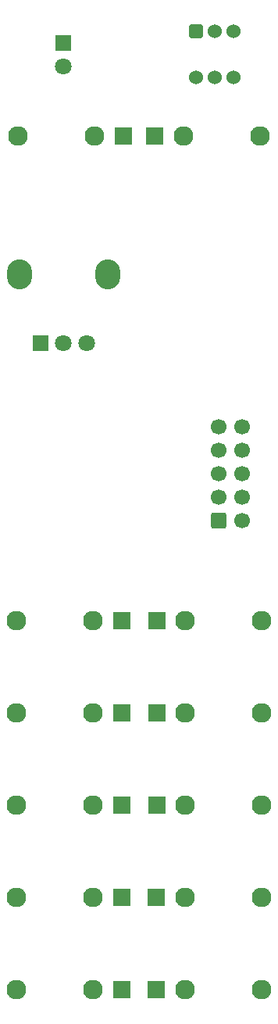
<source format=gbr>
%TF.GenerationSoftware,KiCad,Pcbnew,8.0.5+1*%
%TF.CreationDate,2024-11-27T03:26:14+08:00*%
%TF.ProjectId,MiniDiv v0.3 - Main,4d696e69-4469-4762-9076-302e33202d20,0.3*%
%TF.SameCoordinates,Original*%
%TF.FileFunction,Soldermask,Top*%
%TF.FilePolarity,Negative*%
%FSLAX46Y46*%
G04 Gerber Fmt 4.6, Leading zero omitted, Abs format (unit mm)*
G04 Created by KiCad (PCBNEW 8.0.5+1) date 2024-11-27 03:26:14*
%MOMM*%
%LPD*%
G01*
G04 APERTURE LIST*
G04 Aperture macros list*
%AMRoundRect*
0 Rectangle with rounded corners*
0 $1 Rounding radius*
0 $2 $3 $4 $5 $6 $7 $8 $9 X,Y pos of 4 corners*
0 Add a 4 corners polygon primitive as box body*
4,1,4,$2,$3,$4,$5,$6,$7,$8,$9,$2,$3,0*
0 Add four circle primitives for the rounded corners*
1,1,$1+$1,$2,$3*
1,1,$1+$1,$4,$5*
1,1,$1+$1,$6,$7*
1,1,$1+$1,$8,$9*
0 Add four rect primitives between the rounded corners*
20,1,$1+$1,$2,$3,$4,$5,0*
20,1,$1+$1,$4,$5,$6,$7,0*
20,1,$1+$1,$6,$7,$8,$9,0*
20,1,$1+$1,$8,$9,$2,$3,0*%
G04 Aperture macros list end*
%ADD10R,1.830000X1.930000*%
%ADD11C,2.130000*%
%ADD12RoundRect,0.250000X-0.512000X-0.512000X0.512000X-0.512000X0.512000X0.512000X-0.512000X0.512000X0*%
%ADD13C,1.524000*%
%ADD14R,1.800000X1.800000*%
%ADD15C,1.800000*%
%ADD16O,2.720000X3.240000*%
%ADD17RoundRect,0.250000X-0.600000X-0.600000X0.600000X-0.600000X0.600000X0.600000X-0.600000X0.600000X0*%
%ADD18C,1.700000*%
G04 APERTURE END LIST*
D10*
%TO.C,J10*%
X106875000Y-144000000D03*
D11*
X118275000Y-144000000D03*
X109975000Y-144000000D03*
%TD*%
D10*
%TO.C,J3*%
X103125000Y-124000000D03*
D11*
X91725000Y-124000000D03*
X100025000Y-124000000D03*
%TD*%
D10*
%TO.C,J11*%
X106875000Y-154000000D03*
D11*
X118275000Y-154000000D03*
X109975000Y-154000000D03*
%TD*%
D10*
%TO.C,J7*%
X106900000Y-114000000D03*
D11*
X118300000Y-114000000D03*
X110000000Y-114000000D03*
%TD*%
D12*
%TO.C,SW1*%
X111200000Y-50200000D03*
D13*
X113200000Y-50200000D03*
X115200000Y-50200000D03*
X115200000Y-55200000D03*
X113200000Y-55200000D03*
X111200000Y-55200000D03*
%TD*%
D10*
%TO.C,J2*%
X103125000Y-114000000D03*
D11*
X91725000Y-114000000D03*
X100025000Y-114000000D03*
%TD*%
D14*
%TO.C,D4*%
X96800000Y-51425000D03*
D15*
X96800000Y-53965000D03*
%TD*%
D10*
%TO.C,J8*%
X106900000Y-124000000D03*
D11*
X118300000Y-124000000D03*
X110000000Y-124000000D03*
%TD*%
D10*
%TO.C,J5*%
X103100000Y-144000000D03*
D11*
X91700000Y-144000000D03*
X100000000Y-144000000D03*
%TD*%
D10*
%TO.C,J6*%
X103125000Y-154000000D03*
D11*
X91725000Y-154000000D03*
X100025000Y-154000000D03*
%TD*%
D10*
%TO.C,CLOCK_IN1*%
X103280000Y-61500000D03*
D11*
X91880000Y-61500000D03*
X100180000Y-61500000D03*
%TD*%
D10*
%TO.C,J4*%
X103100000Y-134000000D03*
D11*
X91700000Y-134000000D03*
X100000000Y-134000000D03*
%TD*%
D10*
%TO.C,RESET_IN1*%
X106700000Y-61500000D03*
D11*
X118100000Y-61500000D03*
X109800000Y-61500000D03*
%TD*%
D10*
%TO.C,J9*%
X106900000Y-134000000D03*
D11*
X118300000Y-134000000D03*
X110000000Y-134000000D03*
%TD*%
D16*
%TO.C,RV1*%
X92000000Y-76475000D03*
X101600000Y-76475000D03*
D14*
X94300000Y-83975000D03*
D15*
X96800000Y-83975000D03*
X99300000Y-83975000D03*
%TD*%
D17*
%TO.C,J1*%
X113610000Y-103160000D03*
D18*
X116150000Y-103160000D03*
X113610000Y-100620000D03*
X116150000Y-100620000D03*
X113610000Y-98080000D03*
X116150000Y-98080000D03*
X113610000Y-95540000D03*
X116150000Y-95540000D03*
X113610000Y-93000000D03*
X116150000Y-93000000D03*
%TD*%
M02*

</source>
